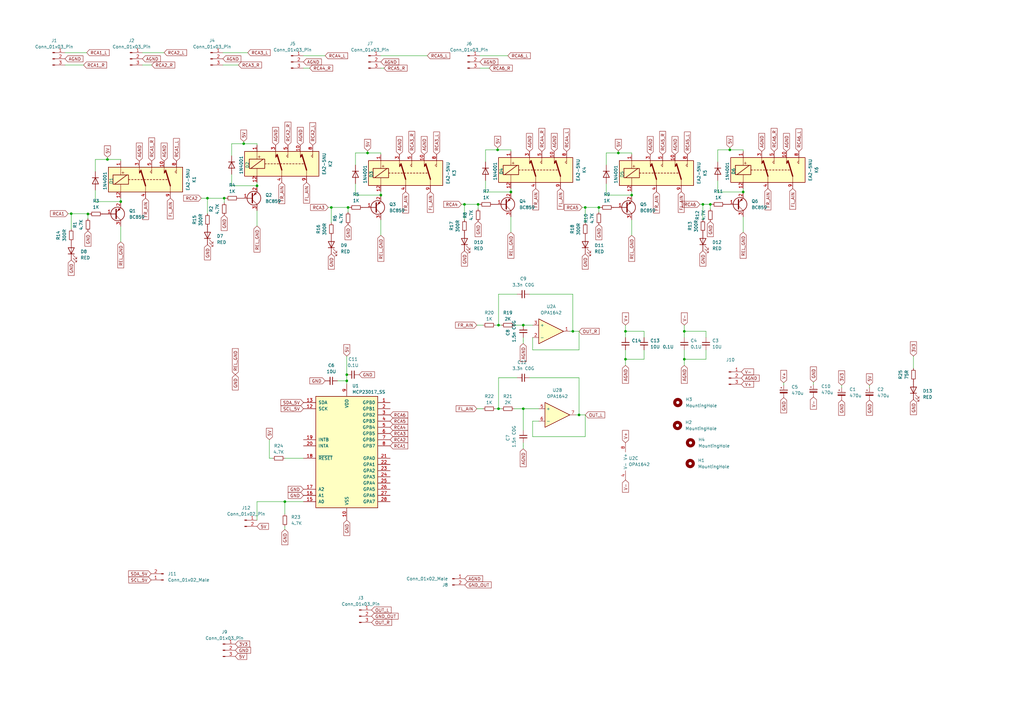
<source format=kicad_sch>
(kicad_sch (version 20231120) (generator "eeschema") (generator_version "8.0")
  (paper "A3")
  (junction (at 214.63 133.35))
  (junction (at 204.47 167.64))
  (junction (at 299.339 61.468))
  (junction (at 204.47 133.35))
  (junction (at 105.41 76.2))
  (junction (at 91.948 81.28))
  (junction (at 116.84 205.74))
  (junction (at 142.24 153.67))
  (junction (at 142.748 85.09))
  (junction (at 245.618 85.09))
  (junction (at 99.949 58.928))
  (junction (at 234.95 135.89))
  (junction (at 142.24 156.21))
  (junction (at 190.5 83.82))
  (junction (at 209.55 78.74))
  (junction (at 280.67 147.32))
  (junction (at 253.619 62.738))
  (junction (at 214.63 167.64))
  (junction (at 204.089 61.468))
  (junction (at 280.67 135.89))
  (junction (at 150.749 62.738))
  (junction (at 291.338 83.82))
  (junction (at 288.29 83.82))
  (junction (at 29.21 87.63))
  (junction (at 304.8 78.74))
  (junction (at 256.54 147.32))
  (junction (at 237.49 170.18))
  (junction (at 135.89 85.09))
  (junction (at 256.54 135.89))
  (junction (at 44.069 65.405))
  (junction (at 36.068 87.757))
  (junction (at 85.09 81.28))
  (junction (at 156.21 80.01))
  (junction (at 259.08 80.01))
  (junction (at 240.03 85.09))
  (junction (at 49.53 82.677))
  (junction (at 196.088 83.82))
  (wire (pts (xy 124.46 27.94) (xy 127 27.94)))
  (wire (pts (xy 209.55 78.74) (xy 199.136 78.74)))
  (wire (pts (xy 234.95 135.89) (xy 237.49 135.89)))
  (wire (pts (xy 142.748 85.09) (xy 142.748 86.995)))
  (wire (pts (xy 210.82 167.64) (xy 214.63 167.64)))
  (wire (pts (xy 36.068 89.662) (xy 36.068 87.757)))
  (wire (pts (xy 294.386 61.468) (xy 299.339 61.468)))
  (wire (pts (xy 291.338 83.82) (xy 292.1 83.82)))
  (wire (pts (xy 304.8 77.343) (xy 304.8 78.74)))
  (wire (pts (xy 304.8 78.74) (xy 294.386 78.74)))
  (wire (pts (xy 150.749 62.738) (xy 156.21 62.738)))
  (wire (pts (xy 145.796 75.311) (xy 145.796 80.01)))
  (wire (pts (xy 253.619 61.849) (xy 253.619 62.738)))
  (wire (pts (xy 264.16 135.89) (xy 264.16 138.43)))
  (wire (pts (xy 204.089 60.579) (xy 204.089 61.468)))
  (wire (pts (xy 304.8 88.9) (xy 304.8 95.25)))
  (wire (pts (xy 299.339 61.468) (xy 304.8 61.468)))
  (wire (pts (xy 288.29 90.17) (xy 288.29 83.82)))
  (wire (pts (xy 156.21 22.86) (xy 175.26 22.86)))
  (wire (pts (xy 240.03 85.09) (xy 245.618 85.09)))
  (wire (pts (xy 291.338 85.725) (xy 291.338 83.82)))
  (wire (pts (xy 116.84 210.82) (xy 116.84 205.74)))
  (wire (pts (xy 156.21 90.17) (xy 156.21 96.52)))
  (wire (pts (xy 321.437 156.972) (xy 321.437 157.988)))
  (wire (pts (xy 264.16 143.51) (xy 264.16 147.32)))
  (wire (pts (xy 248.666 75.311) (xy 248.666 80.01)))
  (wire (pts (xy 204.47 167.64) (xy 205.74 167.64)))
  (wire (pts (xy 99.949 58.928) (xy 105.41 58.928)))
  (wire (pts (xy 217.17 120.65) (xy 234.95 120.65)))
  (wire (pts (xy 256.54 135.89) (xy 264.16 135.89)))
  (wire (pts (xy 237.49 170.18) (xy 236.22 170.18)))
  (wire (pts (xy 116.84 205.74) (xy 105.41 205.74)))
  (wire (pts (xy 214.63 139.7) (xy 214.63 138.43)))
  (wire (pts (xy 105.41 58.928) (xy 105.41 59.563)))
  (wire (pts (xy 304.8 61.468) (xy 304.8 62.103)))
  (wire (pts (xy 289.56 143.51) (xy 289.56 147.32)))
  (wire (pts (xy 220.98 172.72) (xy 218.44 172.72)))
  (wire (pts (xy 248.666 62.738) (xy 253.619 62.738)))
  (wire (pts (xy 142.24 146.05) (xy 142.24 153.67)))
  (wire (pts (xy 280.67 149.86) (xy 280.67 147.32)))
  (wire (pts (xy 208.28 22.86) (xy 196.85 22.86)))
  (wire (pts (xy 110.49 187.96) (xy 110.49 180.34)))
  (wire (pts (xy 264.16 147.32) (xy 256.54 147.32)))
  (wire (pts (xy 218.44 138.43) (xy 218.44 143.51)))
  (wire (pts (xy 91.44 26.67) (xy 97.79 26.67)))
  (wire (pts (xy 105.41 76.2) (xy 94.996 76.2)))
  (wire (pts (xy 289.56 138.43) (xy 289.56 135.89)))
  (wire (pts (xy 29.21 87.63) (xy 36.068 87.63)))
  (wire (pts (xy 142.748 85.09) (xy 143.51 85.09)))
  (wire (pts (xy 218.44 143.51) (xy 237.49 143.51)))
  (wire (pts (xy 209.55 88.9) (xy 209.55 95.25)))
  (wire (pts (xy 248.666 67.691) (xy 248.666 62.738)))
  (wire (pts (xy 199.136 74.041) (xy 199.136 78.74)))
  (wire (pts (xy 49.53 81.28) (xy 49.53 82.677)))
  (wire (pts (xy 58.42 21.59) (xy 67.31 21.59)))
  (wire (pts (xy 240.03 179.07) (xy 240.03 170.18)))
  (wire (pts (xy 259.08 78.613) (xy 259.08 80.01)))
  (wire (pts (xy 85.09 87.63) (xy 85.09 81.28)))
  (wire (pts (xy 135.89 91.44) (xy 135.89 85.09)))
  (wire (pts (xy 209.55 77.343) (xy 209.55 78.74)))
  (wire (pts (xy 214.5848 184.0845) (xy 214.5848 182.88)))
  (wire (pts (xy 217.17 154.94) (xy 237.49 154.94)))
  (wire (pts (xy 189.23 83.82) (xy 190.5 83.82)))
  (wire (pts (xy 142.24 156.21) (xy 142.24 157.48)))
  (wire (pts (xy 91.44 21.59) (xy 101.6 21.59)))
  (wire (pts (xy 134.62 85.09) (xy 135.89 85.09)))
  (wire (pts (xy 280.67 147.32) (xy 280.67 143.51)))
  (wire (pts (xy 256.54 147.32) (xy 256.54 143.51)))
  (wire (pts (xy 94.996 58.928) (xy 99.949 58.928)))
  (wire (pts (xy 105.41 74.803) (xy 105.41 76.2)))
  (wire (pts (xy 116.84 205.74) (xy 124.46 205.74)))
  (wire (pts (xy 49.53 82.677) (xy 39.116 82.677)))
  (wire (pts (xy 36.068 87.63) (xy 36.068 87.757)))
  (wire (pts (xy 214.5848 140.9045) (xy 214.5848 139.7)))
  (wire (pts (xy 233.68 135.89) (xy 234.95 135.89)))
  (wire (pts (xy 218.44 179.07) (xy 240.03 179.07)))
  (wire (pts (xy 253.619 62.738) (xy 259.08 62.738)))
  (wire (pts (xy 145.796 67.691) (xy 145.796 62.738)))
  (wire (pts (xy 116.84 217.17) (xy 116.84 215.9)))
  (wire (pts (xy 156.21 62.738) (xy 156.21 63.373)))
  (wire (pts (xy 111.76 187.96) (xy 110.49 187.96)))
  (wire (pts (xy 289.56 147.32) (xy 280.67 147.32)))
  (wire (pts (xy 94.996 71.501) (xy 94.996 76.2)))
  (wire (pts (xy 237.49 154.94) (xy 237.49 170.18)))
  (wire (pts (xy 135.89 85.09) (xy 142.748 85.09)))
  (wire (pts (xy 44.069 65.405) (xy 49.53 65.405)))
  (wire (pts (xy 204.47 120.65) (xy 204.47 133.35)))
  (wire (pts (xy 212.09 120.65) (xy 204.47 120.65)))
  (wire (pts (xy 214.63 133.35) (xy 218.44 133.35)))
  (wire (pts (xy 256.54 135.89) (xy 256.54 138.43)))
  (wire (pts (xy 196.088 85.725) (xy 196.088 83.82)))
  (wire (pts (xy 116.84 187.96) (xy 124.46 187.96)))
  (wire (pts (xy 345.186 157.988) (xy 345.186 159.004)))
  (wire (pts (xy 210.82 133.35) (xy 214.63 133.35)))
  (wire (pts (xy 91.948 81.28) (xy 92.71 81.28)))
  (wire (pts (xy 36.068 87.757) (xy 36.83 87.757)))
  (wire (pts (xy 245.618 85.09) (xy 246.38 85.09)))
  (wire (pts (xy 195.58 167.64) (xy 198.12 167.64)))
  (wire (pts (xy 209.55 61.468) (xy 209.55 62.103)))
  (wire (pts (xy 105.41 86.36) (xy 105.41 92.71)))
  (wire (pts (xy 49.53 92.837) (xy 49.53 99.187)))
  (wire (pts (xy 199.136 66.421) (xy 199.136 61.468)))
  (wire (pts (xy 240.03 170.18) (xy 237.49 170.18)))
  (wire (pts (xy 203.2 167.64) (xy 204.47 167.64)))
  (wire (pts (xy 204.47 154.94) (xy 212.09 154.94)))
  (wire (pts (xy 26.67 21.59) (xy 35.56 21.59)))
  (wire (pts (xy 299.339 60.579) (xy 299.339 61.468)))
  (wire (pts (xy 245.618 86.995) (xy 245.618 85.09)))
  (wire (pts (xy 124.46 22.86) (xy 133.35 22.86)))
  (wire (pts (xy 142.24 153.67) (xy 142.24 156.21)))
  (wire (pts (xy 256.54 149.86) (xy 256.54 147.32)))
  (wire (pts (xy 294.386 74.041) (xy 294.386 78.74)))
  (wire (pts (xy 190.5 90.17) (xy 190.5 83.82)))
  (wire (pts (xy 27.94 87.63) (xy 29.21 87.63)))
  (wire (pts (xy 218.44 172.72) (xy 218.44 179.07)))
  (wire (pts (xy 203.2 133.35) (xy 204.47 133.35)))
  (wire (pts (xy 259.08 80.01) (xy 248.666 80.01)))
  (wire (pts (xy 259.08 90.17) (xy 259.08 96.52)))
  (wire (pts (xy 39.116 77.978) (xy 39.116 82.677)))
  (wire (pts (xy 259.08 62.738) (xy 259.08 63.373)))
  (wire (pts (xy 44.069 64.516) (xy 44.069 65.405)))
  (wire (pts (xy 156.21 78.613) (xy 156.21 80.01)))
  (wire (pts (xy 29.21 93.98) (xy 29.21 87.63)))
  (wire (pts (xy 214.63 176.53) (xy 214.63 167.64)))
  (wire (pts (xy 156.21 80.01) (xy 145.796 80.01)))
  (wire (pts (xy 39.116 65.405) (xy 44.069 65.405)))
  (wire (pts (xy 105.41 205.74) (xy 105.41 213.36)))
  (wire (pts (xy 26.67 26.67) (xy 34.29 26.67)))
  (wire (pts (xy 145.796 62.738) (xy 150.749 62.738)))
  (wire (pts (xy 214.5848 182.88) (xy 214.63 182.88)))
  (wire (pts (xy 58.42 26.67) (xy 62.23 26.67)))
  (wire (pts (xy 356.616 157.988) (xy 356.616 159.004)))
  (wire (pts (xy 214.5848 139.7) (xy 214.63 139.7)))
  (wire (pts (xy 195.58 133.35) (xy 198.12 133.35)))
  (wire (pts (xy 280.67 135.89) (xy 280.67 138.43)))
  (wire (pts (xy 256.54 133.35) (xy 256.54 135.89)))
  (wire (pts (xy 288.29 83.82) (xy 291.338 83.82)))
  (wire (pts (xy 287.02 83.82) (xy 288.29 83.82)))
  (wire (pts (xy 294.386 66.421) (xy 294.386 61.468)))
  (wire (pts (xy 94.996 63.881) (xy 94.996 58.928)))
  (wire (pts (xy 85.09 81.28) (xy 91.948 81.28)))
  (wire (pts (xy 289.56 135.89) (xy 280.67 135.89)))
  (wire (pts (xy 374.65 146.05) (xy 374.65 151.13)))
  (wire (pts (xy 234.95 120.65) (xy 234.95 135.89)))
  (wire (pts (xy 99.949 58.039) (xy 99.949 58.928)))
  (wire (pts (xy 240.03 91.44) (xy 240.03 85.09)))
  (wire (pts (xy 196.85 27.94) (xy 200.66 27.94)))
  (wire (pts (xy 91.948 83.185) (xy 91.948 81.28)))
  (wire (pts (xy 138.43 156.21) (xy 142.24 156.21)))
  (wire (pts (xy 199.136 61.468) (xy 204.089 61.468)))
  (wire (pts (xy 196.088 83.82) (xy 196.85 83.82)))
  (wire (pts (xy 204.47 133.35) (xy 205.74 133.35)))
  (wire (pts (xy 204.089 61.468) (xy 209.55 61.468)))
  (wire (pts (xy 280.67 133.35) (xy 280.67 135.89)))
  (wire (pts (xy 150.749 61.849) (xy 150.749 62.738)))
  (wire (pts (xy 190.5 83.82) (xy 196.088 83.82)))
  (wire (pts (xy 49.53 65.405) (xy 49.53 66.04)))
  (wire (pts (xy 237.49 143.51) (xy 237.49 135.89)))
  (wire (pts (xy 204.47 167.64) (xy 204.47 154.94)))
  (wire (pts (xy 214.63 167.64) (xy 220.98 167.64)))
  (wire (pts (xy 333.629 156.718) (xy 333.629 157.734)))
  (wire (pts (xy 238.76 85.09) (xy 240.03 85.09)))
  (wire (pts (xy 214.63 182.88) (xy 214.63 181.61)))
  (wire (pts (xy 156.21 27.94) (xy 157.48 27.94)))
  (wire (pts (xy 82.55 81.28) (xy 85.09 81.28)))
  (wire (pts (xy 39.116 70.358) (xy 39.116 65.405)))
  (global_label "OUT_R" (shape input) (at 237.49 135.89 0) (property "Intersheetrefs" "${INTERSHEET_REFS}" (effects (hide yes))))
  (global_label "AGND" (shape input) (at 280.67 149.86 270) (property "Intersheetrefs" "${INTERSHEET_REFS}" (effects (hide yes))))
  (global_label "AGND" (shape input) (at 304.038 155.067 0) (property "Intersheetrefs" "${INTERSHEET_REFS}" (effects (hide yes))))
  (global_label "GND" (shape input) (at 147.32 153.67 0) (property "Intersheetrefs" "${INTERSHEET_REFS}" (effects (hide yes))))
  (global_label "GND" (shape input) (at 374.65 163.83 270) (property "Intersheetrefs" "${INTERSHEET_REFS}" (effects (hide yes))))
  (global_label "FL_AIN" (shape input) (at 279.4 78.613 270) (property "Intersheetrefs" "${INTERSHEET_REFS}" (effects (hide yes))))
  (global_label "RCA3" (shape input) (at 160.02 177.8 0) (property "Intersheetrefs" "${INTERSHEET_REFS}" (effects (hide yes))))
  (global_label "RCA5_L" (shape input) (at 281.94 63.373 90) (property "Intersheetrefs" "${INTERSHEET_REFS}" (effects (hide yes))))
  (global_label "5V" (shape input) (at 142.24 146.05 90) (property "Intersheetrefs" "${INTERSHEET_REFS}" (effects (hide yes))))
  (global_label "5V" (shape input) (at 204.089 60.579 90) (property "Intersheetrefs" "${INTERSHEET_REFS}" (effects (hide yes))))
  (global_label "3V3" (shape input) (at 96.52 264.16 0) (property "Intersheetrefs" "${INTERSHEET_REFS}" (effects (hide yes))))
  (global_label "RCA6_R" (shape input) (at 317.5 62.103 90) (property "Intersheetrefs" "${INTERSHEET_REFS}" (effects (hide yes))))
  (global_label "GND" (shape input) (at 245.618 92.075 270) (property "Intersheetrefs" "${INTERSHEET_REFS}" (effects (hide yes))))
  (global_label "RCA2_L" (shape input) (at 67.31 21.59 0) (property "Intersheetrefs" "${INTERSHEET_REFS}" (effects (hide yes))))
  (global_label "REL_GND" (shape input) (at 156.21 96.52 270) (property "Intersheetrefs" "${INTERSHEET_REFS}" (effects (hide yes))))
  (global_label "RCA3_R" (shape input) (at 97.79 26.67 0) (property "Intersheetrefs" "${INTERSHEET_REFS}" (effects (hide yes))))
  (global_label "RCA3_R" (shape input) (at 168.91 63.373 90) (property "Intersheetrefs" "${INTERSHEET_REFS}" (effects (hide yes))))
  (global_label "RCA3_L" (shape input) (at 101.6 21.59 0) (property "Intersheetrefs" "${INTERSHEET_REFS}" (effects (hide yes))))
  (global_label "RCA2" (shape input) (at 82.55 81.28 180) (property "Intersheetrefs" "${INTERSHEET_REFS}" (effects (hide yes))))
  (global_label "OUT_R" (shape input) (at 152.4 255.27 0) (property "Intersheetrefs" "${INTERSHEET_REFS}" (effects (hide yes))))
  (global_label "V+" (shape input) (at 321.437 156.972 90) (property "Intersheetrefs" "${INTERSHEET_REFS}" (effects (hide yes))))
  (global_label "FL_AIN" (shape input) (at 195.58 167.64 180) (property "Intersheetrefs" "${INTERSHEET_REFS}" (effects (hide yes))))
  (global_label "AGND" (shape input) (at 163.83 63.373 90) (property "Intersheetrefs" "${INTERSHEET_REFS}" (effects (hide yes))))
  (global_label "GND" (shape input) (at 96.52 153.67 270) (property "Intersheetrefs" "${INTERSHEET_REFS}" (effects (hide yes))))
  (global_label "GND" (shape input) (at 142.748 92.075 270) (property "Intersheetrefs" "${INTERSHEET_REFS}" (effects (hide yes))))
  (global_label "V-" (shape input) (at 256.54 196.85 270) (property "Intersheetrefs" "${INTERSHEET_REFS}" (effects (hide yes))))
  (global_label "RCA4_R" (shape input) (at 222.25 62.103 90) (property "Intersheetrefs" "${INTERSHEET_REFS}" (effects (hide yes))))
  (global_label "5V" (shape input) (at 44.069 64.516 90) (property "Intersheetrefs" "${INTERSHEET_REFS}" (effects (hide yes))))
  (global_label "RCA6_R" (shape input) (at 200.66 27.94 0) (property "Intersheetrefs" "${INTERSHEET_REFS}" (effects (hide yes))))
  (global_label "RCA6_L" (shape input) (at 208.28 22.86 0) (property "Intersheetrefs" "${INTERSHEET_REFS}" (effects (hide yes))))
  (global_label "AGND" (shape input) (at 256.54 149.86 270) (property "Intersheetrefs" "${INTERSHEET_REFS}" (effects (hide yes))))
  (global_label "RCA5_L" (shape input) (at 175.26 22.86 0) (property "Intersheetrefs" "${INTERSHEET_REFS}" (effects (hide yes))))
  (global_label "V-" (shape input) (at 333.629 162.814 270) (property "Intersheetrefs" "${INTERSHEET_REFS}" (effects (hide yes))))
  (global_label "AGND" (shape input) (at 173.99 63.373 90) (property "Intersheetrefs" "${INTERSHEET_REFS}" (effects (hide yes))))
  (global_label "GND" (shape input) (at 240.03 104.14 270) (property "Intersheetrefs" "${INTERSHEET_REFS}" (effects (hide yes))))
  (global_label "GND" (shape input) (at 321.437 163.068 270) (property "Intersheetrefs" "${INTERSHEET_REFS}" (effects (hide yes))))
  (global_label "AGND" (shape input) (at 312.42 62.103 90) (property "Intersheetrefs" "${INTERSHEET_REFS}" (effects (hide yes))))
  (global_label "FR_AIN" (shape input) (at 166.37 78.613 270) (property "Intersheetrefs" "${INTERSHEET_REFS}" (effects (hide yes))))
  (global_label "REL_GND" (shape input) (at 49.53 99.187 270) (property "Intersheetrefs" "${INTERSHEET_REFS}" (effects (hide yes))))
  (global_label "FR_AIN" (shape input) (at 269.24 78.613 270) (property "Intersheetrefs" "${INTERSHEET_REFS}" (effects (hide yes))))
  (global_label "V+" (shape input) (at 304.038 157.607 0) (property "Intersheetrefs" "${INTERSHEET_REFS}" (effects (hide yes))))
  (global_label "GND" (shape input) (at 29.21 106.68 270) (property "Intersheetrefs" "${INTERSHEET_REFS}" (effects (hide yes))))
  (global_label "SCL_5V" (shape input) (at 61.976 237.871 180) (property "Intersheetrefs" "${INTERSHEET_REFS}" (effects (hide yes))))
  (global_label "GND" (shape input) (at 291.338 90.805 270) (property "Intersheetrefs" "${INTERSHEET_REFS}" (effects (hide yes))))
  (global_label "FR_AIN" (shape input) (at 59.69 81.28 270) (property "Intersheetrefs" "${INTERSHEET_REFS}" (effects (hide yes))))
  (global_label "RCA4" (shape input) (at 160.02 175.26 0) (property "Intersheetrefs" "${INTERSHEET_REFS}" (effects (hide yes))))
  (global_label "REL_GND" (shape input) (at 209.55 95.25 270) (property "Intersheetrefs" "${INTERSHEET_REFS}" (effects (hide yes))))
  (global_label "GND" (shape input) (at 196.088 90.805 270) (property "Intersheetrefs" "${INTERSHEET_REFS}" (effects (hide yes))))
  (global_label "AGND" (shape input) (at 190.627 237.363 0) (property "Intersheetrefs" "${INTERSHEET_REFS}" (effects (hide yes))))
  (global_label "RCA4_R" (shape input) (at 127 27.94 0) (property "Intersheetrefs" "${INTERSHEET_REFS}" (effects (hide yes))))
  (global_label "RCA4" (shape input) (at 189.23 83.82 180) (property "Intersheetrefs" "${INTERSHEET_REFS}" (effects (hide yes))))
  (global_label "AGND" (shape input) (at 26.67 24.13 0) (property "Intersheetrefs" "${INTERSHEET_REFS}" (effects (hide yes))))
  (global_label "OUT_L" (shape input) (at 240.03 170.18 0) (property "Intersheetrefs" "${INTERSHEET_REFS}" (effects (hide yes))))
  (global_label "V+" (shape input) (at 256.54 133.35 90) (property "Intersheetrefs" "${INTERSHEET_REFS}" (effects (hide yes))))
  (global_label "GND" (shape input) (at 288.29 102.87 270) (property "Intersheetrefs" "${INTERSHEET_REFS}" (effects (hide yes))))
  (global_label "FR_AIN" (shape input) (at 219.71 77.343 270) (property "Intersheetrefs" "${INTERSHEET_REFS}" (effects (hide yes))))
  (global_label "RCA4_L" (shape input) (at 133.35 22.86 0) (property "Intersheetrefs" "${INTERSHEET_REFS}" (effects (hide yes))))
  (global_label "GND" (shape input) (at 36.068 94.742 270) (property "Intersheetrefs" "${INTERSHEET_REFS}" (effects (hide yes))))
  (global_label "RCA1_R" (shape input) (at 34.29 26.67 0) (property "Intersheetrefs" "${INTERSHEET_REFS}" (effects (hide yes))))
  (global_label "AGND" (shape input) (at 266.7 63.373 90) (property "Intersheetrefs" "${INTERSHEET_REFS}" (effects (hide yes))))
  (global_label "AGND" (shape input) (at 123.19 59.563 90) (property "Intersheetrefs" "${INTERSHEET_REFS}" (effects (hide yes))))
  (global_label "RCA6" (shape input) (at 287.02 83.82 180) (property "Intersheetrefs" "${INTERSHEET_REFS}" (effects (hide yes))))
  (global_label "5V" (shape input) (at 356.616 157.988 90) (property "Intersheetrefs" "${INTERSHEET_REFS}" (effects (hide yes))))
  (global_label "AGND" (shape input) (at 67.31 66.04 90) (property "Intersheetrefs" "${INTERSHEET_REFS}" (effects (hide yes))))
  (global_label "V+" (shape input) (at 256.54 181.61 90) (property "Intersheetrefs" "${INTERSHEET_REFS}" (effects (hide yes))))
  (global_label "GND" (shape input) (at 142.24 213.36 270) (property "Intersheetrefs" "${INTERSHEET_REFS}" (effects (hide yes))))
  (global_label "RCA5" (shape input) (at 160.02 172.72 0) (property "Intersheetrefs" "${INTERSHEET_REFS}" (effects (hide yes))))
  (global_label "3V3" (shape input) (at 345.186 157.988 90) (property "Intersheetrefs" "${INTERSHEET_REFS}" (effects (hide yes))))
  (global_label "AGND" (shape input) (at 124.46 25.4 0) (property "Intersheetrefs" "${INTERSHEET_REFS}" (effects (hide yes))))
  (global_label "GND" (shape input) (at 190.5 102.87 270) (property "Intersheetrefs" "${INTERSHEET_REFS}" (effects (hide yes))))
  (global_label "RCA1_L" (shape input) (at 35.56 21.59 0) (property "Intersheetrefs" "${INTERSHEET_REFS}" (effects (hide yes))))
  (global_label "GND" (shape input) (at 124.46 200.66 180) (property "Intersheetrefs" "${INTERSHEET_REFS}" (effects (hide yes))))
  (global_label "V-" (shape input) (at 280.67 133.35 90) (property "Intersheetrefs" "${INTERSHEET_REFS}" (effects (hide yes))))
  (global_label "REL_GND" (shape input) (at 259.08 96.52 270) (property "Intersheetrefs" "${INTERSHEET_REFS}" (effects (hide yes))))
  (global_label "AGND" (shape input) (at 58.42 24.13 0) (property "Intersheetrefs" "${INTERSHEET_REFS}" (effects (hide yes))))
  (global_label "5V" (shape input) (at 110.49 180.34 90) (property "Intersheetrefs" "${INTERSHEET_REFS}" (effects (hide yes))))
  (global_label "GND" (shape input) (at 135.89 104.14 270) (property "Intersheetrefs" "${INTERSHEET_REFS}" (effects (hide yes))))
  (global_label "SDA_5V" (shape input) (at 61.976 235.331 180) (property "Intersheetrefs" "${INTERSHEET_REFS}" (effects (hide yes))))
  (global_label "FL_AIN" (shape input) (at 176.53 78.613 270) (property "Intersheetrefs" "${INTERSHEET_REFS}" (effects (hide yes))))
  (global_label "AGND" (shape input) (at 276.86 63.373 90) (property "Intersheetrefs" "${INTERSHEET_REFS}" (effects (hide yes))))
  (global_label "RCA2" (shape input) (at 160.02 180.34 0) (property "Intersheetrefs" "${INTERSHEET_REFS}" (effects (hide yes))))
  (global_label "RCA2_R" (shape input) (at 118.11 59.563 90) (property "Intersheetrefs" "${INTERSHEET_REFS}" (effects (hide yes))))
  (global_label "FR_AIN" (shape input) (at 195.58 133.35 180) (property "Intersheetrefs" "${INTERSHEET_REFS}" (effects (hide yes))))
  (global_label "RCA1" (shape input) (at 160.02 182.88 0) (property "Intersheetrefs" "${INTERSHEET_REFS}" (effects (hide yes))))
  (global_label "5V" (shape input) (at 96.52 269.24 0) (property "Intersheetrefs" "${INTERSHEET_REFS}" (effects (hide yes))))
  (global_label "SDA_5V" (shape input) (at 124.46 165.1 180) (property "Intersheetrefs" "${INTERSHEET_REFS}" (effects (hide yes))))
  (global_label "5V" (shape input) (at 253.619 61.849 90) (property "Intersheetrefs" "${INTERSHEET_REFS}" (effects (hide yes))))
  (global_label "AGND" (shape input) (at 214.5848 184.0845 270) (property "Intersheetrefs" "${INTERSHEET_REFS}" (effects (hide yes))))
  (global_label "OUT_L" (shape input) (at 152.4 250.19 0) (property "Intersheetrefs" "${INTERSHEET_REFS}" (effects (hide yes))))
  (global_label "3V3" (shape input) (at 374.65 146.05 90) (property "Intersheetrefs" "${INTERSHEET_REFS}" (effects (hide yes))))
  (global_label "5V" (shape input) (at 150.749 61.849 90) (property "Intersheetrefs" "${INTERSHEET_REFS}" (effects (hide yes))))
  (global_label "FL_AIN" (shape input) (at 69.85 81.28 270) (property "Intersheetrefs" "${INTERSHEET_REFS}" (effects (hide yes))))
  (global_label "AGND" (shape input) (at 196.85 25.4 0) (property "Intersheetrefs" "${INTERSHEET_REFS}" (effects (hide yes))))
  (global_label "5V" (shape input) (at 99.949 58.039 90) (property "Intersheetrefs" "${INTERSHEET_REFS}" (effects (hide yes))))
  (global_label "AGND" (shape input) (at 57.15 66.04 90) (property "Intersheetrefs" "${INTERSHEET_REFS}" (effects (hide yes))))
  (global_label "AGND" (shape input) (at 217.17 62.103 90) (property "Intersheetrefs" "${INTERSHEET_REFS}" (effects (hide yes))))
  (global_label "AGND" (shape input) (at 113.03 59.563 90) (property "Intersheetrefs" "${INTERSHEET_REFS}" (effects (hide yes))))
  (global_label "FR_AIN" (shape input) (at 115.57 74.803 270) (property "Intersheetrefs" "${INTERSHEET_REFS}" (effects (hide yes))))
  (global_label "GND" (shape input) (at 356.616 164.084 270) (property "Intersheetrefs" "${INTERSHEET_REFS}" (effects (hide yes))))
  (global_label "GND" (shape input) (at 345.186 164.084 270) (property "Intersheetrefs" "${INTERSHEET_REFS}" (effects (hide yes))))
  (global_label "GND" (shape input) (at 333.629 156.718 90) (property "Intersheetrefs" "${INTERSHEET_REFS}" (effects (hide yes))))
  (global_label "RCA1" (shape input) (at 27.94 87.63 180) (property "Intersheetrefs" "${INTERSHEET_REFS}" (effects (hide yes))))
  (global_label "GND" (shape input) (at 116.84 217.17 270) (property "Intersheetrefs" "${INTERSHEET_REFS}" (effects (hide yes))))
  (global_label "RCA2_R" (shape input) (at 62.23 26.67 0) (property "Intersheetrefs" "${INTERSHEET_REFS}" (effects (hide yes))))
  (global_label "GND" (shape input) (at 96.52 266.7 0) (property "Intersheetrefs" "${INTERSHEET_REFS}" (effects (hide yes))))
  (global_label "RCA3_L" (shape input) (at 179.07 63.373 90) (property "Intersheetrefs" "${INTERSHEET_REFS}" (effects (hide yes))))
  (global_label "GND_OUT" (shape input) (at 152.4 252.73 0) (property "Intersheetrefs" "${INTERSHEET_REFS}" (effects (hide yes))))
  (global_label "RCA5" (shape input) (at 238.76 85.09 180) (property "Intersheetrefs" "${INTERSHEET_REFS}" (effects (hide yes))))
  (global_label "GND" (shape input) (at 85.09 100.33 270) (property "Intersheetrefs" "${INTERSHEET_REFS}" (effects (hide yes))))
  (global_label "REL_GND" (shape input) (at 105.41 92.71 270) (property "Intersheetrefs" "${INTERSHEET_REFS}" (effects (hide yes))))
  (global_label "GND" (shape input) (at 124.46 203.2 180) (property "Intersheetrefs" "${INTERSHEET_REFS}" (effects (hide yes))))
  (global_label "RCA5_R" (shape input) (at 157.48 27.94 0) (property "Intersheetrefs" "${INTERSHEET_REFS}" (effects (hide yes))))
  (global_label "FR_AIN" (shape input) (at 314.96 77.343 270) (property "Intersheetrefs" "${INTERSHEET_REFS}" (effects (hide yes))))
  (global_label "AGND" (shape input) (at 214.5848 140.9045 270) (property "Intersheetrefs" "${INTERSHEET_REFS}" (effects (hide yes))))
  (global_label "GND" (shape input) (at 133.35 156.21 180) (property "Intersheetrefs" "${INTERSHEET_REFS}" (effects (hide yes))))
  (global_label "AGND" (shape input) (at 156.21 25.4 0) (property "Intersheetrefs" "${INTERSHEET_REFS}" (effects (hide yes))))
  (global_label "RCA4_L" (shape input) (at 232.41 62.103 90) (property "Intersheetrefs" "${INTERSHEET_REFS}" (effects (hide yes))))
  (global_label "FL_AIN" (shape input) (at 229.87 77.343 270) (property "Intersheetrefs" "${INTERSHEET_REFS}" (effects (hide yes))))
  (global_label "REL_GND" (shape input) (at 304.8 95.25 270) (property "Intersheetrefs" "${INTERSHEET_REFS}" (effects (hide yes))))
  (global_label "RCA5_R" (shape input) (at 271.78 63.373 90) (property "Intersheetrefs" "${INTERSHEET_REFS}" (effects (hide yes))))
  (global_label "RCA6" (shape input) (at 160.02 170.18 0) (property "Intersheetrefs" "${INTERSHEET_REFS}" (effects (hide yes))))
  (global_label "RCA3" (shape input) (at 134.62 85.09 180) (property "Intersheetrefs" "${INTERSHEET_REFS}" (effects (hide yes))))
  (global_label "RCA6_L" (shape input) (at 327.66 62.103 90) (property "Intersheetrefs" "${INTERSHEET_REFS}" (effects (hide yes))))
  (global_label "AGND" (shape input) (at 91.44 24.13 0) (property "Intersheetrefs" "${INTERSHEET_REFS}" (effects (hide yes))))
  (global_label "AGND" (shape input) (at 322.58 62.103 90) (property "Intersheetrefs" "${INTERSHEET_REFS}" (effects (hide yes))))
  (global_label "RCA1_L" (shape input) (at 72.39 66.04 90) (property "Intersheetrefs" "${INTERSHEET_REFS}" (effects (hide yes))))
  (global_label "RCA1_R" (shape input) (at 62.23 66.04 90) (property "Intersheetrefs" "${INTERSHEET_REFS}" (effects (hide yes))))
  (global_label "5V" (shape input) (at 299.339 60.579 90) (property "Intersheetrefs" "${INTERSHEET_REFS}" (effects (hide yes))))
  (global_label "AGND" (shape input) (at 227.33 62.103 90) (property "Intersheetrefs" "${INTERSHEET_REFS}" (effects (hide yes))))
  (global_label "REL_GND" (shape input) (at 96.52 153.67 90) (property "Intersheetrefs" "${INTERSHEET_REFS}" (effects (hide yes))))
  (global_label "FL_AIN" (shape input) (at 125.73 74.803 270) (property "Intersheetrefs" "${INTERSHEET_REFS}" (effects (hide yes))))
  (global_label "SCL_5V" (shape input) (at 124.46 167.64 180) (property "Intersheetrefs" "${INTERSHEET_REFS}" (effects (hide yes))))
  (global_label "GND" (shape input) (at 91.948 88.265 270) (property "Intersheetrefs" "${INTERSHEET_REFS}" (effects (hide yes))))
  (global_label "RCA2_L" (shape input) (at 128.27 59.563 90) (property "Intersheetrefs" "${INTERSHEET_REFS}" (effects (hide yes))))
  (global_label "5V" (shape input) (at 105.41 215.9 0) (property "Intersheetrefs" "${INTERSHEET_REFS}" (effects (hide yes))))
  (global_label "V-" (shape input) (at 304.038 152.527 0) (property "Intersheetrefs" "${INTERSHEET_REFS}" (effects (hide yes))))
  (global_label "GND_OUT" (shape input) (at 190.627 239.903 0) (property "Intersheetrefs" "${INTERSHEET_REFS}" (effects (hide yes))))
  (global_label "FL_AIN" (shape input) (at 325.12 77.343 270) (property "Intersheetrefs" "${INTERSHEET_REFS}" (effects (hide yes))))
  (symbol (lib_id "Device:Opamp_Dual") (at 259.08 189.23 0) (unit 3)
    (property "Reference" "U2" (at 257.81 187.9599 0) (effects (justify left)))
    (property "Value" "OPA1642" (at 257.81 190.4999 0) (effects (justify left)))
    (property "Footprint" "Package_SO:VSSOP-8_3x3mm_P0.65mm" (effects (hide yes)))
    (property "Description" "Dual operational amplifier" (effects (hide yes)))
    (property "Sim.Library" "${KICAD7_SYMBOL_DIR}/Simulation_SPICE.sp" (effects (hide yes)))
    (property "Sim.Name" "kicad_builtin_opamp_dual" (effects (hide yes)))
    (property "Sim.Device" "SUBCKT" (effects (hide yes)))
    (property "Sim.Pins" "1=out1 2=in1- 3=in1+ 4=vee 5=in2+ 6=in2- 7=out2 8=vcc" (effects (hide yes)))
  )
  (symbol (lib_id "Relay:EC2-5NU") (at 219.71 69.723 0) (unit 1)
    (property "Reference" "K4" (at 239.649 69.723 90))
    (property "Value" "EA2-5NU" (at 237.109 69.723 90))
    (property "Footprint" "Custom:KEMET EA2" (effects (hide yes)))
    (property "Datasheet" "https://content.kemet.com/datasheets/KEM_R7002_EC2_EE2.pdf" (effects (hide yes)))
  )
  (symbol (lib_id "Device:R_Small") (at 248.92 85.09 90) (unit 1)
    (property "Reference" "R9" (at 248.92 79.756 90))
    (property "Value" "1K" (at 248.92 82.296 90))
    (property "Footprint" "Resistor_SMD:R_0603_1608Metric_Pad0.98x0.95mm_HandSolder" (effects (hide yes)))
  )
  (symbol (lib_id "Device:R_Small") (at 116.84 213.36 180) (unit 1)
    (property "Reference" "R23" (at 119.38 212.0899 0) (effects (justify right)))
    (property "Value" "4.7K" (at 119.38 214.6299 0) (effects (justify right)))
    (property "Footprint" "Resistor_SMD:R_0603_1608Metric_Pad0.98x0.95mm_HandSolder" (effects (hide yes)))
    (property "Description" "Resistor, small symbol" (effects (hide yes)))
  )
  (symbol (lib_id "Device:LED") (at 135.89 100.33 90) (unit 1)
    (property "Reference" "D9" (at 139.7 100.6474 90) (effects (justify right)))
    (property "Value" "RED" (at 139.7 103.1874 90) (effects (justify right)))
    (property "Footprint" "LED_SMD:LED_0805_2012Metric" (effects (hide yes)))
    (property "Description" "Light emitting diode" (effects (hide yes)))
  )
  (symbol (lib_id "Connector:Conn_01x02_Male") (at 67.056 237.871 180) (unit 1)
    (property "Reference" "J11" (at 68.834 235.3309 0) (effects (justify right)))
    (property "Value" "Conn_01x02_Male" (at 68.834 237.8709 0) (effects (justify right)))
    (property "Footprint" "Connector_JST:JST_PH_B2B-PH-K_1x02_P2.00mm_Vertical" (effects (hide yes)))
  )
  (symbol (lib_id "Device:LED") (at 190.5 99.06 90) (unit 1)
    (property "Reference" "D10" (at 194.31 99.3774 90) (effects (justify right)))
    (property "Value" "RED" (at 194.31 101.9174 90) (effects (justify right)))
    (property "Footprint" "LED_SMD:LED_0805_2012Metric" (effects (hide yes)))
    (property "Description" "Light emitting diode" (effects (hide yes)))
  )
  (symbol (lib_id "Device:R_Small") (at 36.068 92.202 180) (unit 1)
    (property "Reference" "R1" (at 30.734 92.202 90))
    (property "Value" "4.7K" (at 33.274 92.202 90))
    (property "Footprint" "Resistor_SMD:R_0603_1608Metric_Pad0.98x0.95mm_HandSolder" (effects (hide yes)))
  )
  (symbol (lib_id "Connector:Conn_01x02_Male") (at 185.547 237.363 0) (unit 1)
    (property "Reference" "J8" (at 183.769 239.9031 0) (effects (justify right)))
    (property "Value" "Conn_01x02_Male" (at 183.769 237.3631 0) (effects (justify right)))
    (property "Footprint" "Connector_PinHeader_2.54mm:PinHeader_1x02_P2.54mm_Vertical" (effects (hide yes)))
  )
  (symbol (lib_id "Device:R_Small") (at 240.03 93.98 180) (unit 1)
    (property "Reference" "R18" (at 234.696 93.98 90))
    (property "Value" "300R" (at 237.236 93.98 90))
    (property "Footprint" "Resistor_SMD:R_0603_1608Metric_Pad0.98x0.95mm_HandSolder" (effects (hide yes)))
  )
  (symbol (lib_id "Device:R_Small") (at 135.89 93.98 180) (unit 1)
    (property "Reference" "R16" (at 130.556 93.98 90))
    (property "Value" "300R" (at 133.096 93.98 90))
    (property "Footprint" "Resistor_SMD:R_0603_1608Metric_Pad0.98x0.95mm_HandSolder" (effects (hide yes)))
  )
  (symbol (lib_id "Transistor_BJT:BC859") (at 153.67 85.09 0) (mirror x) (unit 1)
    (property "Reference" "Q3" (at 159.639 83.82 0) (effects (justify left)))
    (property "Value" "BC859" (at 159.639 86.36 0) (effects (justify left)))
    (property "Footprint" "Package_TO_SOT_SMD:SOT-23" (effects (hide yes)))
    (property "Datasheet" "http://www.infineon.com/dgdl/Infineon-BC857SERIES_BC858SERIES_BC859SERIES_BC860SERIES-DS-v01_01-en.pdf?fileId=db3a304314dca389011541da0e3a1661" (effects (hide yes)))
  )
  (symbol (lib_id "Device:R_Small") (at 146.05 85.09 90) (unit 1)
    (property "Reference" "R5" (at 146.05 79.756 90))
    (property "Value" "1K" (at 146.05 82.296 90))
    (property "Footprint" "Resistor_SMD:R_0603_1608Metric_Pad0.98x0.95mm_HandSolder" (effects (hide yes)))
  )
  (symbol (lib_id "Device:C_Polarized_Small") (at 356.616 161.544 0) (unit 1)
    (property "Reference" "C2" (at 359.791 159.7279 0) (effects (justify left)))
    (property "Value" "470u" (at 359.791 162.2679 0) (effects (justify left)))
    (property "Footprint" "Capacitor_THT:CP_Radial_D6.3mm_P2.50mm" (effects (hide yes)))
  )
  (symbol (lib_id "Diode:1N4001") (at 248.666 71.501 270) (unit 1)
    (property "Reference" "D5" (at 255.143 71.501 0))
    (property "Value" "1N4001" (at 252.603 71.501 0))
    (property "Footprint" "Diode_SMD:D_SMA" (effects (hide yes)))
    (property "Datasheet" "http://www.vishay.com/docs/88503/1n4001.pdf" (effects (hide yes)))
    (property "Sim.Device" "D" (effects (hide yes)))
    (property "Sim.Pins" "1=K 2=A" (effects (hide yes)))
  )
  (symbol (lib_id "Connector:Conn_01x02_Pin") (at 100.33 213.36 0) (unit 1)
    (property "Reference" "J12" (at 100.965 208.28 0))
    (property "Value" "Conn_01x02_Pin" (at 100.965 210.82 0))
    (property "Footprint" "Connector_PinHeader_2.54mm:PinHeader_1x02_P2.54mm_Vertical" (effects (hide yes)))
    (property "Description" "Generic connector, single row, 01x02, script generated" (effects (hide yes)))
  )
  (symbol (lib_id "Connector:Conn_01x03_Pin") (at 21.59 24.13 0) (unit 1)
    (property "Reference" "J1" (at 22.225 16.637 0))
    (property "Value" "Conn_01x03_Pin" (at 22.225 19.177 0))
    (property "Footprint" "Connector_JST:JST_PH_B3B-PH-K_1x03_P2.00mm_Vertical" (effects (hide yes)))
  )
  (symbol (lib_id "Device:R_Small") (at 142.748 89.535 180) (unit 1)
    (property "Reference" "R6" (at 137.414 89.535 90))
    (property "Value" "4.7K" (at 139.954 89.535 90))
    (property "Footprint" "Resistor_SMD:R_0603_1608Metric_Pad0.98x0.95mm_HandSolder" (effects (hide yes)))
  )
  (symbol (lib_id "Device:R_Small") (at 294.64 83.82 90) (unit 1)
    (property "Reference" "R11" (at 294.64 78.486 90))
    (property "Value" "1K" (at 294.64 81.026 90))
    (property "Footprint" "Resistor_SMD:R_0603_1608Metric_Pad0.98x0.95mm_HandSolder" (effects (hide yes)))
  )
  (symbol (lib_id "Connector:Conn_01x03_Pin") (at 151.13 25.4 0) (unit 1)
    (property "Reference" "J7" (at 151.765 17.907 0))
    (property "Value" "Conn_01x03_Pin" (at 151.765 20.447 0))
    (property "Footprint" "Connector_JST:JST_PH_B3B-PH-K_1x03_P2.00mm_Vertical" (effects (hide yes)))
  )
  (symbol (lib_id "Device:Opamp_Dual") (at 226.06 135.89 0) (unit 1)
    (property "Reference" "U2" (at 226.06 125.73 0))
    (property "Value" "OPA1642" (at 226.06 128.27 0))
    (property "Footprint" "Package_SO:VSSOP-8_3x3mm_P0.65mm" (effects (hide yes)))
    (property "Description" "Dual operational amplifier" (effects (hide yes)))
    (property "Sim.Library" "${KICAD7_SYMBOL_DIR}/Simulation_SPICE.sp" (effects (hide yes)))
    (property "Sim.Name" "kicad_builtin_opamp_dual" (effects (hide yes)))
    (property "Sim.Device" "SUBCKT" (effects (hide yes)))
    (property "Sim.Pins" "1=out1 2=in1- 3=in1+ 4=vee 5=in2+ 6=in2- 7=out2 8=vcc" (effects (hide yes)))
  )
  (symbol (lib_id "Device:R_Small") (at 199.39 83.82 90) (unit 1)
    (property "Reference" "R7" (at 199.39 78.486 90))
    (property "Value" "1K" (at 199.39 81.026 90))
    (property "Footprint" "Resistor_SMD:R_0603_1608Metric_Pad0.98x0.95mm_HandSolder" (effects (hide yes)))
  )
  (symbol (lib_id "Device:LED") (at 288.29 99.06 90) (unit 1)
    (property "Reference" "D12" (at 292.1 99.3774 90) (effects (justify right)))
    (property "Value" "RED" (at 292.1 101.9174 90) (effects (justify right)))
    (property "Footprint" "LED_SMD:LED_0805_2012Metric" (effects (hide yes)))
    (property "Description" "Light emitting diode" (effects (hide yes)))
  )
  (symbol (lib_id "Relay:EC2-5NU") (at 166.37 70.993 0) (unit 1)
    (property "Reference" "K3" (at 186.309 70.993 90))
    (property "Value" "EA2-5NU" (at 183.769 70.993 90))
    (property "Footprint" "Custom:KEMET EA2" (effects (hide yes)))
    (property "Datasheet" "https://content.kemet.com/datasheets/KEM_R7002_EC2_EE2.pdf" (effects (hide yes)))
  )
  (symbol (lib_id "Mechanical:MountingHole") (at 283.21 181.61 0) (unit 1)
    (property "Reference" "H4" (at 286.385 180.3399 0) (effects (justify left)))
    (property "Value" "MountingHole" (at 286.385 182.8799 0) (effects (justify left)))
    (property "Footprint" "MountingHole:MountingHole_3.2mm_M3" (effects (hide yes)))
  )
  (symbol (lib_id "Device:R_Small") (at 114.3 187.96 90) (unit 1)
    (property "Reference" "R24" (at 114.3 182.88 90))
    (property "Value" "4.7K" (at 114.3 185.42 90))
    (property "Footprint" "Resistor_SMD:R_0603_1608Metric_Pad0.98x0.95mm_HandSolder" (effects (hide yes)))
    (property "Description" "Resistor, small symbol" (effects (hide yes)))
  )
  (symbol (lib_id "Interface_Expansion:MCP23017_SS") (at 142.24 185.42 0) (unit 1)
    (property "Reference" "U1" (at 144.4341 158.242 0) (effects (justify left)))
    (property "Value" "MCP23017_SS" (at 144.4341 160.782 0) (effects (justify left)))
    (property "Footprint" "Package_SO:SSOP-28_5.3x10.2mm_P0.65mm" (effects (hide yes)))
    (property "Datasheet" "http://ww1.microchip.com/downloads/en/DeviceDoc/20001952C.pdf" (effects (hide yes)))
  )
  (symbol (lib_id "Relay:EC2-5NU") (at 314.96 69.723 0) (unit 1)
    (property "Reference" "K6" (at 334.899 69.723 90))
    (property "Value" "EA2-5NU" (at 332.359 69.723 90))
    (property "Footprint" "Custom:KEMET EA2" (effects (hide yes)))
    (property "Datasheet" "https://content.kemet.com/datasheets/KEM_R7002_EC2_EE2.pdf" (effects (hide yes)))
  )
  (symbol (lib_id "Device:C_Small") (at 135.89 156.21 270) (unit 1)
    (property "Reference" "C6" (at 135.8836 149.86 90))
    (property "Value" "10U" (at 135.8836 152.4 90))
    (property "Footprint" "Capacitor_SMD:C_1206_3216Metric_Pad1.33x1.80mm_HandSolder" (effects (hide yes)))
    (property "Description" "Unpolarized capacitor, small symbol" (effects (hide yes)))
  )
  (symbol (lib_id "Device:C_Small") (at 214.63 179.07 0) (unit 1)
    (property "Reference" "C7" (at 208.28 179.578 90))
    (property "Value" "1.5n C0G" (at 210.82 179.0764 90))
    (property "Footprint" "Capacitor_SMD:C_0805_2012Metric_Pad1.18x1.45mm_HandSolder" (effects (hide yes)))
    (property "Description" "Unpolarized capacitor, small symbol" (effects (hide yes)))
  )
  (symbol (lib_id "Device:LED") (at 374.65 160.02 90) (unit 1)
    (property "Reference" "D13" (at 378.46 160.3374 90) (effects (justify right)))
    (property "Value" "RED" (at 378.46 162.8774 90) (effects (justify right)))
    (property "Footprint" "LED_SMD:LED_0805_2012Metric" (effects (hide yes)))
    (property "Description" "Light emitting diode" (effects (hide yes)))
  )
  (symbol (lib_id "Device:R_Small") (at 208.28 167.64 90) (unit 1)
    (property "Reference" "R21" (at 208.28 162.56 90))
    (property "Value" "2K" (at 208.28 165.1 90))
    (property "Footprint" "Resistor_SMD:R_0603_1608Metric_Pad0.98x0.95mm_HandSolder" (effects (hide yes)))
    (property "Description" "Resistor, small symbol" (effects (hide yes)))
  )
  (symbol (lib_id "Device:C_Small") (at 256.54 140.97 0) (unit 1)
    (property "Reference" "C14" (at 259.08 139.7062 0) (effects (justify left)))
    (property "Value" "0.1U" (at 271.78 142.2462 0) (effects (justify left)))
    (property "Footprint" "Capacitor_SMD:C_0805_2012Metric_Pad1.18x1.45mm_HandSolder" (effects (hide yes)))
    (property "Description" "Unpolarized capacitor, small symbol" (effects (hide yes)))
  )
  (symbol (lib_id "Device:C_Small") (at 280.67 140.97 0) (unit 1)
    (property "Reference" "C4" (at 283.21 139.7062 0) (effects (justify left)))
    (property "Value" "0.1U" (at 283.21 142.2462 0) (effects (justify left)))
    (property "Footprint" "Capacitor_SMD:C_0805_2012Metric_Pad1.18x1.45mm_HandSolder" (effects (hide yes)))
    (property "Description" "Unpolarized capacitor, small symbol" (effects (hide yes)))
  )
  (symbol (lib_id "Device:R_Small") (at 95.25 81.28 90) (unit 1)
    (property "Reference" "R4" (at 95.25 75.946 90))
    (property "Value" "1K" (at 95.25 78.486 90))
    (property "Footprint" "Resistor_SMD:R_0603_1608Metric_Pad0.98x0.95mm_HandSolder" (effects (hide yes)))
  )
  (symbol (lib_id "Diode:1N4001") (at 39.116 74.168 270) (unit 1)
    (property "Reference" "D1" (at 45.593 74.168 0))
    (property "Value" "1N4001" (at 43.053 74.168 0))
    (property "Footprint" "Diode_SMD:D_SMA" (effects (hide yes)))
    (property "Datasheet" "http://www.vishay.com/docs/88503/1n4001.pdf" (effects (hide yes)))
    (property "Sim.Device" "D" (effects (hide yes)))
    (property "Sim.Pins" "1=K 2=A" (effects (hide yes)))
  )
  (symbol (lib_id "Mechanical:MountingHole") (at 278.003 165.1 0) (unit 1)
    (property "Reference" "H3" (at 281.178 163.8299 0) (effects (justify left)))
    (property "Value" "MountingHole" (at 281.178 166.3699 0) (effects (justify left)))
    (property "Footprint" "MountingHole:MountingHole_3.2mm_M3" (effects (hide yes)))
  )
  (symbol (lib_id "Device:C_Small") (at 214.63 135.89 0) (unit 1)
    (property "Reference" "C8" (at 208.28 136.398 90))
    (property "Value" "1.5n C0G" (at 210.82 135.8964 90))
    (property "Footprint" "Capacitor_SMD:C_0805_2012Metric_Pad1.18x1.45mm_HandSolder" (effects (hide yes)))
    (property "Description" "Unpolarized capacitor, small symbol" (effects (hide yes)))
  )
  (symbol (lib_id "Device:R_Small") (at 291.338 88.265 180) (unit 1)
    (property "Reference" "R12" (at 286.004 88.265 90))
    (property "Value" "4.7K" (at 288.544 88.265 90))
    (property "Footprint" "Resistor_SMD:R_0603_1608Metric_Pad0.98x0.95mm_HandSolder" (effects (hide yes)))
  )
  (symbol (lib_id "Device:R_Small") (at 196.088 88.265 180) (unit 1)
    (property "Reference" "R8" (at 190.754 88.265 90))
    (property "Value" "4.7K" (at 193.294 88.265 90))
    (property "Footprint" "Resistor_SMD:R_0603_1608Metric_Pad0.98x0.95mm_HandSolder" (effects (hide yes)))
  )
  (symbol (lib_id "Device:R_Small") (at 91.948 85.725 180) (unit 1)
    (property "Reference" "R2" (at 86.614 85.725 90))
    (property "Value" "4.7K" (at 89.154 85.725 90))
    (property "Footprint" "Resistor_SMD:R_0603_1608Metric_Pad0.98x0.95mm_HandSolder" (effects (hide yes)))
  )
  (symbol (lib_id "Device:LED") (at 85.09 96.52 90) (unit 1)
    (property "Reference" "D7" (at 88.9 96.8374 90) (effects (justify right)))
    (property "Value" "RED" (at 88.9 99.3774 90) (effects (justify right)))
    (property "Footprint" "LED_SMD:LED_0805_2012Metric" (effects (hide yes)))
    (property "Description" "Light emitting diode" (effects (hide yes)))
  )
  (symbol (lib_id "Connector:Conn_01x03_Male") (at 298.958 155.067 0) (unit 1)
    (property "Reference" "J10" (at 299.593 147.574 0))
    (property "Value" "Conn_01x03_Male" (effects (hide yes)))
    (property "Footprint" "Connector_JST:JST_PH_B3B-PH-K_1x03_P2.00mm_Vertical" (effects (hide yes)))
  )
  (symbol (lib_id "Device:R_Small") (at 29.21 96.52 180) (unit 1)
    (property "Reference" "R14" (at 23.876 96.52 90))
    (property "Value" "300R" (at 26.416 96.52 90))
    (property "Footprint" "Resistor_SMD:R_0603_1608Metric_Pad0.98x0.95mm_HandSolder" (effects (hide yes)))
  )
  (symbol (lib_id "Device:R_Small") (at 200.66 133.35 90) (unit 1)
    (property "Reference" "R20" (at 200.66 128.27 90))
    (property "Value" "1K" (at 200.66 130.81 90))
    (property "Footprint" "Resistor_SMD:R_0603_1608Metric_Pad0.98x0.95mm_HandSolder" (effects (hide yes)))
    (property "Description" "Resistor, small symbol" (effects (hide yes)))
  )
  (symbol (lib_id "Device:R_Small") (at 190.5 92.71 180) (unit 1)
    (property "Reference" "R17" (at 185.166 92.71 90))
    (property "Value" "300R" (at 187.706 92.71 90))
    (property "Footprint" "Resistor_SMD:R_0603_1608Metric_Pad0.98x0.95mm_HandSolder" (effects (hide yes)))
  )
  (symbol (lib_id "Connector:Conn_01x03_Pin") (at 119.38 25.4 0) (unit 1)
    (property "Reference" "J5" (at 120.015 17.907 0))
    (property "Value" "Conn_01x03_Pin" (at 120.015 20.447 0))
    (property "Footprint" "Connector_JST:JST_PH_B3B-PH-K_1x03_P2.00mm_Vertical" (effects (hide yes)))
  )
  (symbol (lib_id "Connector:Conn_01x03_Pin") (at 53.34 24.13 0) (unit 1)
    (property "Reference" "J2" (at 53.975 16.637 0))
    (property "Value" "Conn_01x03_Pin" (at 53.975 19.177 0))
    (property "Footprint" "Connector_JST:JST_PH_B3B-PH-K_1x03_P2.00mm_Vertical" (effects (hide yes)))
  )
  (symbol (lib_id "Diode:1N4001") (at 294.386 70.231 270) (unit 1)
    (property "Reference" "D6" (at 300.863 70.231 0))
    (property "Value" "1N4001" (at 298.323 70.231 0))
    (property "Footprint" "Diode_SMD:D_SMA" (effects (hide yes)))
    (property "Datasheet" "http://www.vishay.com/docs/88503/1n4001.pdf" (effects (hide yes)))
    (property "Sim.Device" "D" (effects (hide yes)))
    (property "Sim.Pins" "1=K 2=A" (effects (hide yes)))
  )
  (symbol (lib_id "Device:C_Small") (at 214.63 120.65 270) (unit 1)
    (property "Reference" "C9" (at 214.6236 114.3 90))
    (property "Value" "3.3n C0G" (at 214.6236 116.84 90))
    (property "Footprint" "Capacitor_SMD:C_0805_2012Metric_Pad1.18x1.45mm_HandSolder" (effects (hide yes)))
    (property "Description" "Unpolarized capacitor, small symbol" (effects (hide yes)))
  )
  (symbol (lib_id "Transistor_BJT:BC859") (at 102.87 81.28 0) (mirror x) (unit 1)
    (property "Reference" "Q2" (at 108.839 80.01 0) (effects (justify left)))
    (property "Value" "BC859" (at 108.839 82.55 0) (effects (justify left)))
    (property "Footprint" "Package_TO_SOT_SMD:SOT-23" (effects (hide yes)))
    (property "Datasheet" "http://www.infineon.com/dgdl/Infineon-BC857SERIES_BC858SERIES_BC859SERIES_BC860SERIES-DS-v01_01-en.pdf?fileId=db3a304314dca389011541da0e3a1661" (effects (hide yes)))
  )
  (symbol (lib_id "Device:Opamp_Dual") (at 228.6 170.18 0) (unit 2)
    (property "Reference" "U2" (at 228.6 160.02 0))
    (property "Value" "OPA1642" (at 228.6 162.56 0))
    (property "Footprint" "Package_SO:VSSOP-8_3x3mm_P0.65mm" (effects (hide yes)))
    (property "Description" "Dual operational amplifier" (effects (hide yes)))
    (property "Sim.Library" "${KICAD7_SYMBOL_DIR}/Simulation_SPICE.sp" (effects (hide yes)))
    (property "Sim.Name" "kicad_builtin_opamp_dual" (effects (hide yes)))
    (property "Sim.Device" "SUBCKT" (effects (hide yes)))
    (property "Sim.Pins" "1=out1 2=in1- 3=in1+ 4=vee 5=in2+ 6=in2- 7=out2 8=vcc" (effects (hide yes)))
  )
  (symbol (lib_id "Device:R_Small") (at 200.66 167.64 90) (unit 1)
    (property "Reference" "R22" (at 200.66 162.56 90))
    (property "Value" "1K" (at 200.66 165.1 90))
    (property "Footprint" "Resistor_SMD:R_0603_1608Metric_Pad0.98x0.95mm_HandSolder" (effects (hide yes)))
    (property "Description" "Resistor, small symbol" (effects (hide yes)))
  )
  (symbol (lib_id "Transistor_BJT:BC859") (at 207.01 83.82 0) (mirror x) (unit 1)
    (property "Reference" "Q4" (at 212.979 82.55 0) (effects (justify left)))
    (property "Value" "BC859" (at 212.979 85.09 0) (effects (justify left)))
    (property "Footprint" "Package_TO_SOT_SMD:SOT-23" (effects (hide yes)))
    (property "Datasheet" "http://www.infineon.com/dgdl/Infineon-BC857SERIES_BC858SERIES_BC859SERIES_BC860SERIES-DS-v01_01-en.pdf?fileId=db3a304314dca389011541da0e3a1661" (effects (hide yes)))
  )
  (symbol (lib_id "Device:R_Small") (at 374.65 153.67 180) (unit 1)
    (property "Reference" "R25" (at 369.316 153.67 90))
    (property "Value" "75R" (at 371.856 153.67 90))
    (property "Footprint" "Resistor_SMD:R_0603_1608Metric_Pad0.98x0.95mm_HandSolder" (effects (hide yes)))
  )
  (symbol (lib_id "Connector:Conn_01x03_Pin") (at 86.36 24.13 0) (unit 1)
    (property "Reference" "J4" (at 86.995 16.637 0))
    (property "Value" "Conn_01x03_Pin" (at 86.995 19.177 0))
    (property "Footprint" "Connector_JST:JST_PH_B3B-PH-K_1x03_P2.00mm_Vertical" (effects (hide yes)))
  )
  (symbol (lib_id "Connector:Conn_01x03_Pin") (at 91.44 266.7 0) (unit 1)
    (property "Reference" "J9" (at 92.075 259.207 0))
    (property "Value" "Conn_01x03_Pin" (at 92.075 261.747 0))
    (property "Footprint" "Connector_JST:JST_PH_B3B-PH-K_1x03_P2.00mm_Vertical" (effects (hide yes)))
  )
  (symbol (lib_id "Connector:Conn_01x03_Pin") (at 191.77 25.4 0) (unit 1)
    (property "Reference" "J6" (at 192.405 17.907 0))
    (property "Value" "Conn_01x03_Pin" (at 192.405 20.447 0))
    (property "Footprint" "Connector_JST:JST_PH_B3B-PH-K_1x03_P2.00mm_Vertical" (effects (hide yes)))
  )
  (symbol (lib_id "Transistor_BJT:BC859") (at 302.26 83.82 0) (mirror x) (unit 1)
    (property "Reference" "Q6" (at 308.229 82.55 0) (effects (justify left)))
    (property "Value" "BC859" (at 308.229 85.09 0) (effects (justify left)))
    (property "Footprint" "Package_TO_SOT_SMD:SOT-23" (effects (hide yes)))
    (property "Datasheet" "http://www.infineon.com/dgdl/Infineon-BC857SERIES_BC858SERIES_BC859SERIES_BC860SERIES-DS-v01_01-en.pdf?fileId=db3a304314dca389011541da0e3a1661" (effects (hide yes)))
  )
  (symbol (lib_id "Device:LED") (at 29.21 102.87 90) (unit 1)
    (property "Reference" "D8" (at 33.02 103.1874 90) (effects (justify right)))
    (property "Value" "RED" (at 33.02 105.7274 90) (effects (justify right)))
    (property "Footprint" "LED_SMD:LED_0805_2012Metric" (effects (hide yes)))
    (property "Description" "Light emitting diode" (effects (hide yes)))
  )
  (symbol (lib_id "Connector:Conn_01x03_Pin") (at 147.32 252.73 0) (unit 1)
    (property "Reference" "J3" (at 147.955 245.237 0))
    (property "Value" "Conn_01x03_Pin" (at 147.955 247.777 0))
    (property "Footprint" "Connector_JST:JST_PH_B3B-PH-K_1x03_P2.00mm_Vertical" (effects (hide yes)))
  )
  (symbol (lib_id "Mechanical:MountingHole") (at 283.083 190.119 0) (unit 1)
    (property "Reference" "H1" (at 286.258 188.8489 0) (effects (justify left)))
    (property "Value" "MountingHole" (at 286.258 191.3889 0) (effects (justify left)))
    (property "Footprint" "MountingHole:MountingHole_3.2mm_M3" (effects (hide yes)))
  )
  (symbol (lib_id "Device:C_Polarized_Small") (at 345.186 161.544 0) (unit 1)
    (property "Reference" "C1" (at 348.361 159.7279 0) (effects (justify left)))
    (property "Value" "470u" (at 348.361 162.2679 0) (effects (justify left)))
    (property "Footprint" "Capacitor_THT:CP_Radial_D6.3mm_P2.50mm" (effects (hide yes)))
  )
  (symbol (lib_id "Device:C_Polarized_Small") (at 333.629 160.274 0) (unit 1)
    (property "Reference" "C10" (at 336.804 158.4579 0) (effects (justify left)))
    (property "Value" "470u" (at 336.804 160.9979 0) (effects (justify left)))
    (property "Footprint" "Capacitor_THT:CP_Radial_D6.3mm_P2.50mm" (effects (hide yes)))
  )
  (symbol (lib_id "Device:C_Polarized_Small") (at 321.437 160.528 0) (unit 1)
    (property "Reference" "C5" (at 324.612 158.7119 0) (effects (justify left)))
    (property "Value" "470u" (at 324.612 161.2519 0) (effects (justify left)))
    (property "Footprint" "Capacitor_THT:CP_Radial_D6.3mm_P2.50mm" (effects (hide yes)))
  )
  (symbol (lib_id "Diode:1N4001") (at 199.136 70.231 270) (unit 1)
    (property "Reference" "D4" (at 205.613 70.231 0))
    (property "Value" "1N4001" (at 203.073 70.231 0))
    (property "Footprint" "Diode_SMD:D_SMA" (effects (hide yes)))
    (property "Datasheet" "http://www.vishay.com/docs/88503/1n4001.pdf" (effects (hide yes)))
    (property "Sim.Device" "D" (effects (hide yes)))
    (property "Sim.Pins" "1=K 2=A" (effects (hide yes)))
  )
  (symbol (lib_id "Device:R_Small") (at 208.28 133.35 90) (unit 1)
    (property "Reference" "R19" (at 208.28 128.27 90))
    (property "Value" "2K" (at 208.28 130.81 90))
    (property "Footprint" "Resistor_SMD:R_0603_1608Metric_Pad0.98x0.95mm_HandSolder" (effects (hide yes)))
    (property "Description" "Resistor, small symbol" (effects (hide yes)))
  )
  (symbol (lib_id "Transistor_BJT:BC859") (at 46.99 87.757 0) (mirror x) (unit 1)
    (property "Reference" "Q1" (at 52.959 86.487 0) (effects (justify left)))
    (property "Value" "BC859" (at 52.959 89.027 0) (effects (justify left)))
    (property "Footprint" "Package_TO_SOT_SMD:SOT-23" (effects (hide yes)))
    (property "Datasheet" "http://www.infineon.com/dgdl/Infineon-BC857SERIES_BC858SERIES_BC859SERIES_BC860SERIES-DS-v01_01-en.pdf?fileId=db3a304314dca389011541da0e3a1661" (effects (hide yes)))
  )
  (symbol (lib_id "Device:R_Small") (at 39.37 87.757 90) (unit 1)
    (property "Reference" "R3" (at 39.37 82.423 90))
    (property "Value" "1K" (at 39.37 84.963 90))
    (property "Footprint" "Resistor_SMD:R_0603_1608Metric_Pad0.98x0.95mm_HandSolder" (effects (hide yes)))
  )
  (symbol (lib_id "Device:R_Small") (at 288.29 92.71 180) (unit 1)
    (property "Reference" "R13" (at 282.956 92.71 90))
    (property "Value" "300R" (at 285.496 92.71 90))
    (property "Footprint" "Resistor_SMD:R_0603_1608Metric_Pad0.98x0.95mm_HandSolder" (effects (hide yes)))
  )
  (symbol (lib_id "Diode:1N4001") (at 145.796 71.501 270) (unit 1)
    (property "Reference" "D3" (at 152.273 71.501 0))
    (property "Value" "1N4001" (at 149.733 71.501 0))
    (property "Footprint" "Diode_SMD:D_SMA" (effects (hide yes)))
    (property "Datasheet" "http://www.vishay.com/docs/88503/1n4001.pdf" (effects (hide yes)))
    (property "Sim.Device" "D" (effects (hide yes)))
    (property "Sim.Pins" "1=K 2=A" (effects (hide yes)))
  )
  (symbol (lib_id "Relay:EC2-5NU") (at 269.24 70.993 0) (unit 1)
    (property "Reference" "K5" (at 289.179 70.993 90))
    (property "Value" "EA2-5NU" (at 286.639 70.993 90))
    (property "Footprint" "Custom:KEMET EA2" (effects (hide yes)))
    (property "Datasheet" "https://content.kemet.com/datasheets/KEM_R7002_EC2_EE2.pdf" (effects (hide yes)))
  )
  (symbol (lib_id "Mechanical:MountingHole") (at 277.876 174.498 0) (unit 1)
    (property "Reference" "H2" (at 281.051 173.2279 0) (effects (justify left)))
    (property "Value" "MountingHole" (at 281.051 175.7679 0) (effects (justify left)))
    (property "Footprint" "MountingHole:MountingHole_3.2mm_M3" (effects (hide yes)))
  )
  (symbol (lib_id "Device:C_Small") (at 289.56 140.97 0) (unit 1)
    (property "Reference" "C3" (at 292.1 139.7062 0) (effects (justify left)))
    (property "Value" "10U" (at 292.1 142.2462 0) (effects (justify left)))
    (property "Footprint" "Capacitor_SMD:C_1206_3216Metric_Pad1.33x1.80mm_HandSolder" (effects (hide yes)))
    (property "Description" "Unpolarized capacitor, small symbol" (effects (hide yes)))
  )
  (symbol (lib_id "Transistor_BJT:BC859") (at 256.54 85.09 0) (mirror x) (unit 1)
    (property "Reference" "Q5" (at 262.509 83.82 0) (effects (justify left)))
    (property "Value" "BC859" (at 262.509 86.36 0) (effects (justify left)))
    (property "Footprint" "Package_TO_SOT_SMD:SOT-23" (effects (hide yes)))
    (property "Datasheet" "http://www.infineon.com/dgdl/Infineon-BC857SERIES_BC858SERIES_BC859SERIES_BC860SERIES-DS-v01_01-en.pdf?fileId=db3a304314dca389011541da0e3a1661" (effects (hide yes)))
  )
  (symbol (lib_id "Device:C_Small") (at 214.63 154.94 270) (unit 1)
    (property "Reference" "C12" (at 214.122 148.59 90))
    (property "Value" "3.3n C0G" (at 214.6236 151.13 90))
    (property "Footprint" "Capacitor_SMD:C_0805_2012Metric_Pad1.18x1.45mm_HandSolder" (effects (hide yes)))
    (property "Description" "Unpolarized capacitor, small symbol" (effects (hide yes)))
  )
  (symbol (lib_id "Device:C_Small") (at 144.78 153.67 90) (unit 1)
    (property "Reference" "C11" (at 144.7863 147.32 90))
    (property "Value" "0.1U" (at 144.7863 149.86 90))
    (property "Footprint" "Capacitor_SMD:C_0805_2012Metric_Pad1.18x1.45mm_HandSolder" (effects (hide yes)))
    (property "Description" "Unpolarized capacitor, small symbol" (effects (hide yes)))
  )
  (symbol (lib_id "Diode:1N4001") (at 94.996 67.691 270) (unit 1)
    (property "Reference" "D2" (at 101.473 67.691 0))
    (property "Value" "1N4001" (at 98.933 67.691 0))
    (property "Footprint" "Diode_SMD:D_SMA" (effects (hide yes)))
    (property "Datasheet" "http://www.vishay.com/docs/88503/1n4001.pdf" (effects (hide yes)))
    (property "Sim.Device" "D" (effects (hide yes)))
    (property "Sim.Pins" "1=K 2=A" (effects (hide yes)))
  )
  (symbol (lib_id "Device:C_Small") (at 264.16 140.97 0) (unit 1)
    (property "Reference" "C13" (at 266.7 139.7062 0) (effects (justify left)))
    (property "Value" "10U" (at 266.7 142.2462 0) (effects (justify left)))
    (property "Footprint" "Capacitor_SMD:C_1206_3216Metric_Pad1.33x1.80mm_HandSolder" (effects (hide yes)))
    (property "Description" "Unpolarized capacitor, small symbol" (effects (hide yes)))
  )
  (symbol (lib_id "Device:R_Small") (at 245.618 89.535 180) (unit 1)
    (property "Reference" "R10" (at 240.284 89.535 90))
    (property "Value" "4.7K" (at 242.824 89.535 90))
    (property "Footprint" "Resistor_SMD:R_0603_1608Metric_Pad0.98x0.95mm_HandSolder" (effects (hide yes)))
  )
  (symbol (lib_id "Relay:EC2-5NU") (at 59.69 73.66 0) (unit 1)
    (property "Reference" "K1" (at 79.629 73.66 90))
    (property "Value" "EA2-5NU" (at 77.089 73.66 90))
    (property "Footprint" "Custom:KEMET EA2" (effects (hide yes)))
    (property "Datasheet" "https://content.kemet.com/datasheets/KEM_R7002_EC2_EE2.pdf" (effects (hide yes)))
  )
  (symbol (lib_id "Device:R_Small") (at 85.09 90.17 180) (unit 1)
    (property "Reference" "R15" (at 79.756 90.17 90))
    (property "Value" "300R" (at 82.296 90.17 90))
    (property "Footprint" "Resistor_SMD:R_0603_1608Metric_Pad0.98x0.95mm_HandSolder" (effects (hide yes)))
  )
  (symbol (lib_id "Relay:EC2-5NU") (at 115.57 67.183 0) (unit 1)
    (property "Reference" "K2" (at 135.509 67.183 90))
    (property "Value" "EA2-5NU" (at 132.969 67.183 90))
    (property "Footprint" "Custom:KEMET EA2" (effects (hide yes)))
    (property "Datasheet" "https://content.kemet.com/datasheets/KEM_R7002_EC2_EE2.pdf" (effects (hide yes)))
  )
  (symbol (lib_id "Device:LED") (at 240.03 100.33 90) (unit 1)
    (property "Reference" "D11" (at 243.84 100.6474 90) (effects (justify right)))
    (property "Value" "RED" (at 243.84 103.1874 90) (effects (justify right)))
    (property "Footprint" "LED_SMD:LED_0805_2012Metric" (effects (hide yes)))
    (property "Description" "Light emitting diode" (effects (hide yes)))
  )
)
</source>
